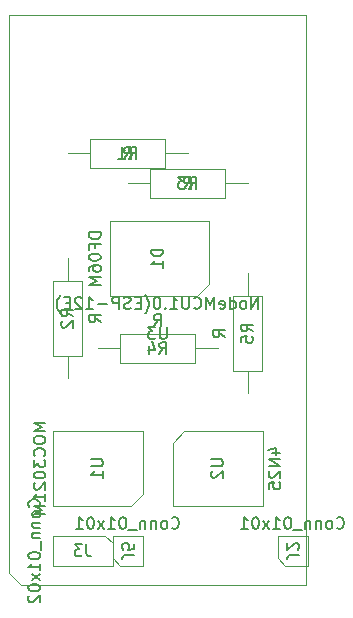
<source format=gbr>
G04 #@! TF.GenerationSoftware,KiCad,Pcbnew,5.1.5-52549c5~86~ubuntu18.04.1*
G04 #@! TF.CreationDate,2020-03-29T17:49:00+00:00*
G04 #@! TF.ProjectId,PWR,5057522e-6b69-4636-9164-5f7063625858,rev?*
G04 #@! TF.SameCoordinates,Original*
G04 #@! TF.FileFunction,Other,Fab,Bot*
%FSLAX46Y46*%
G04 Gerber Fmt 4.6, Leading zero omitted, Abs format (unit mm)*
G04 Created by KiCad (PCBNEW 5.1.5-52549c5~86~ubuntu18.04.1) date 2020-03-29 17:49:00*
%MOMM*%
%LPD*%
G04 APERTURE LIST*
%ADD10C,0.100000*%
%ADD11C,0.150000*%
G04 APERTURE END LIST*
D10*
X141970000Y-114935000D02*
X140970000Y-115935000D01*
X148590000Y-114935000D02*
X141970000Y-114935000D01*
X148590000Y-121285000D02*
X148590000Y-114935000D01*
X140970000Y-121285000D02*
X148590000Y-121285000D01*
X140970000Y-115935000D02*
X140970000Y-121285000D01*
X149860000Y-125730000D02*
X150495000Y-126365000D01*
X149860000Y-123825000D02*
X149860000Y-125730000D01*
X152400000Y-123825000D02*
X149860000Y-123825000D01*
X152400000Y-126365000D02*
X152400000Y-123825000D01*
X150495000Y-126365000D02*
X152400000Y-126365000D01*
X135890000Y-125730000D02*
X136525000Y-126365000D01*
X135890000Y-123825000D02*
X135890000Y-125730000D01*
X138430000Y-123825000D02*
X135890000Y-123825000D01*
X138430000Y-126365000D02*
X138430000Y-123825000D01*
X136525000Y-126365000D02*
X138430000Y-126365000D01*
X128143000Y-128016000D02*
X127127000Y-127000000D01*
X152273000Y-128016000D02*
X128143000Y-128016000D01*
X152273000Y-79756000D02*
X152273000Y-128016000D01*
X127127000Y-79756000D02*
X152273000Y-79756000D01*
X127127000Y-127000000D02*
X127127000Y-79756000D01*
X130810000Y-126365000D02*
X135890000Y-126365000D01*
X130810000Y-123825000D02*
X130810000Y-126365000D01*
X135255000Y-123825000D02*
X130810000Y-123825000D01*
X135890000Y-124460000D02*
X135255000Y-123825000D01*
X135890000Y-126365000D02*
X135890000Y-124460000D01*
X147320000Y-101600000D02*
X147320000Y-103530000D01*
X147320000Y-111760000D02*
X147320000Y-109830000D01*
X148570000Y-103530000D02*
X148570000Y-109830000D01*
X146070000Y-103530000D02*
X148570000Y-103530000D01*
X146070000Y-109830000D02*
X146070000Y-103530000D01*
X148570000Y-109830000D02*
X146070000Y-109830000D01*
X136550000Y-109200000D02*
X136550000Y-106700000D01*
X136550000Y-106700000D02*
X142850000Y-106700000D01*
X142850000Y-106700000D02*
X142850000Y-109200000D01*
X142850000Y-109200000D02*
X136550000Y-109200000D01*
X134620000Y-107950000D02*
X136550000Y-107950000D01*
X144780000Y-107950000D02*
X142850000Y-107950000D01*
X137160000Y-93980000D02*
X139090000Y-93980000D01*
X147320000Y-93980000D02*
X145390000Y-93980000D01*
X139090000Y-92730000D02*
X145390000Y-92730000D01*
X139090000Y-95230000D02*
X139090000Y-92730000D01*
X145390000Y-95230000D02*
X139090000Y-95230000D01*
X145390000Y-92730000D02*
X145390000Y-95230000D01*
X132080000Y-110490000D02*
X132080000Y-108560000D01*
X132080000Y-100330000D02*
X132080000Y-102260000D01*
X130830000Y-108560000D02*
X130830000Y-102260000D01*
X133330000Y-108560000D02*
X130830000Y-108560000D01*
X133330000Y-102260000D02*
X133330000Y-108560000D01*
X130830000Y-102260000D02*
X133330000Y-102260000D01*
X142240000Y-91440000D02*
X140310000Y-91440000D01*
X132080000Y-91440000D02*
X134010000Y-91440000D01*
X140310000Y-92690000D02*
X134010000Y-92690000D01*
X140310000Y-90190000D02*
X140310000Y-92690000D01*
X134010000Y-90190000D02*
X140310000Y-90190000D01*
X134010000Y-92690000D02*
X134010000Y-90190000D01*
X144040000Y-102505000D02*
X144040000Y-97155000D01*
X144040000Y-97155000D02*
X135640000Y-97155000D01*
X135640000Y-97155000D02*
X135640000Y-103505000D01*
X135640000Y-103505000D02*
X143040000Y-103505000D01*
X143040000Y-103505000D02*
X144040000Y-102505000D01*
X137430000Y-121285000D02*
X138430000Y-120285000D01*
X130810000Y-121285000D02*
X137430000Y-121285000D01*
X130810000Y-114935000D02*
X130810000Y-121285000D01*
X138430000Y-114935000D02*
X130810000Y-114935000D01*
X138430000Y-120285000D02*
X138430000Y-114935000D01*
D11*
X149435714Y-116824285D02*
X150102380Y-116824285D01*
X149054761Y-116586190D02*
X149769047Y-116348095D01*
X149769047Y-116967142D01*
X150102380Y-117348095D02*
X149102380Y-117348095D01*
X150102380Y-117919523D01*
X149102380Y-117919523D01*
X149197619Y-118348095D02*
X149150000Y-118395714D01*
X149102380Y-118490952D01*
X149102380Y-118729047D01*
X149150000Y-118824285D01*
X149197619Y-118871904D01*
X149292857Y-118919523D01*
X149388095Y-118919523D01*
X149530952Y-118871904D01*
X150102380Y-118300476D01*
X150102380Y-118919523D01*
X149102380Y-119824285D02*
X149102380Y-119348095D01*
X149578571Y-119300476D01*
X149530952Y-119348095D01*
X149483333Y-119443333D01*
X149483333Y-119681428D01*
X149530952Y-119776666D01*
X149578571Y-119824285D01*
X149673809Y-119871904D01*
X149911904Y-119871904D01*
X150007142Y-119824285D01*
X150054761Y-119776666D01*
X150102380Y-119681428D01*
X150102380Y-119443333D01*
X150054761Y-119348095D01*
X150007142Y-119300476D01*
X144232380Y-117348095D02*
X145041904Y-117348095D01*
X145137142Y-117395714D01*
X145184761Y-117443333D01*
X145232380Y-117538571D01*
X145232380Y-117729047D01*
X145184761Y-117824285D01*
X145137142Y-117871904D01*
X145041904Y-117919523D01*
X144232380Y-117919523D01*
X144327619Y-118348095D02*
X144280000Y-118395714D01*
X144232380Y-118490952D01*
X144232380Y-118729047D01*
X144280000Y-118824285D01*
X144327619Y-118871904D01*
X144422857Y-118919523D01*
X144518095Y-118919523D01*
X144660952Y-118871904D01*
X145232380Y-118300476D01*
X145232380Y-118919523D01*
X154868095Y-123122142D02*
X154915714Y-123169761D01*
X155058571Y-123217380D01*
X155153809Y-123217380D01*
X155296666Y-123169761D01*
X155391904Y-123074523D01*
X155439523Y-122979285D01*
X155487142Y-122788809D01*
X155487142Y-122645952D01*
X155439523Y-122455476D01*
X155391904Y-122360238D01*
X155296666Y-122265000D01*
X155153809Y-122217380D01*
X155058571Y-122217380D01*
X154915714Y-122265000D01*
X154868095Y-122312619D01*
X154296666Y-123217380D02*
X154391904Y-123169761D01*
X154439523Y-123122142D01*
X154487142Y-123026904D01*
X154487142Y-122741190D01*
X154439523Y-122645952D01*
X154391904Y-122598333D01*
X154296666Y-122550714D01*
X154153809Y-122550714D01*
X154058571Y-122598333D01*
X154010952Y-122645952D01*
X153963333Y-122741190D01*
X153963333Y-123026904D01*
X154010952Y-123122142D01*
X154058571Y-123169761D01*
X154153809Y-123217380D01*
X154296666Y-123217380D01*
X153534761Y-122550714D02*
X153534761Y-123217380D01*
X153534761Y-122645952D02*
X153487142Y-122598333D01*
X153391904Y-122550714D01*
X153249047Y-122550714D01*
X153153809Y-122598333D01*
X153106190Y-122693571D01*
X153106190Y-123217380D01*
X152630000Y-122550714D02*
X152630000Y-123217380D01*
X152630000Y-122645952D02*
X152582380Y-122598333D01*
X152487142Y-122550714D01*
X152344285Y-122550714D01*
X152249047Y-122598333D01*
X152201428Y-122693571D01*
X152201428Y-123217380D01*
X151963333Y-123312619D02*
X151201428Y-123312619D01*
X150772857Y-122217380D02*
X150677619Y-122217380D01*
X150582380Y-122265000D01*
X150534761Y-122312619D01*
X150487142Y-122407857D01*
X150439523Y-122598333D01*
X150439523Y-122836428D01*
X150487142Y-123026904D01*
X150534761Y-123122142D01*
X150582380Y-123169761D01*
X150677619Y-123217380D01*
X150772857Y-123217380D01*
X150868095Y-123169761D01*
X150915714Y-123122142D01*
X150963333Y-123026904D01*
X151010952Y-122836428D01*
X151010952Y-122598333D01*
X150963333Y-122407857D01*
X150915714Y-122312619D01*
X150868095Y-122265000D01*
X150772857Y-122217380D01*
X149487142Y-123217380D02*
X150058571Y-123217380D01*
X149772857Y-123217380D02*
X149772857Y-122217380D01*
X149868095Y-122360238D01*
X149963333Y-122455476D01*
X150058571Y-122503095D01*
X149153809Y-123217380D02*
X148630000Y-122550714D01*
X149153809Y-122550714D02*
X148630000Y-123217380D01*
X148058571Y-122217380D02*
X147963333Y-122217380D01*
X147868095Y-122265000D01*
X147820476Y-122312619D01*
X147772857Y-122407857D01*
X147725238Y-122598333D01*
X147725238Y-122836428D01*
X147772857Y-123026904D01*
X147820476Y-123122142D01*
X147868095Y-123169761D01*
X147963333Y-123217380D01*
X148058571Y-123217380D01*
X148153809Y-123169761D01*
X148201428Y-123122142D01*
X148249047Y-123026904D01*
X148296666Y-122836428D01*
X148296666Y-122598333D01*
X148249047Y-122407857D01*
X148201428Y-122312619D01*
X148153809Y-122265000D01*
X148058571Y-122217380D01*
X146772857Y-123217380D02*
X147344285Y-123217380D01*
X147058571Y-123217380D02*
X147058571Y-122217380D01*
X147153809Y-122360238D01*
X147249047Y-122455476D01*
X147344285Y-122503095D01*
X151677619Y-125428333D02*
X150963333Y-125428333D01*
X150820476Y-125475952D01*
X150725238Y-125571190D01*
X150677619Y-125714047D01*
X150677619Y-125809285D01*
X151582380Y-124999761D02*
X151630000Y-124952142D01*
X151677619Y-124856904D01*
X151677619Y-124618809D01*
X151630000Y-124523571D01*
X151582380Y-124475952D01*
X151487142Y-124428333D01*
X151391904Y-124428333D01*
X151249047Y-124475952D01*
X150677619Y-125047380D01*
X150677619Y-124428333D01*
X140898095Y-123122142D02*
X140945714Y-123169761D01*
X141088571Y-123217380D01*
X141183809Y-123217380D01*
X141326666Y-123169761D01*
X141421904Y-123074523D01*
X141469523Y-122979285D01*
X141517142Y-122788809D01*
X141517142Y-122645952D01*
X141469523Y-122455476D01*
X141421904Y-122360238D01*
X141326666Y-122265000D01*
X141183809Y-122217380D01*
X141088571Y-122217380D01*
X140945714Y-122265000D01*
X140898095Y-122312619D01*
X140326666Y-123217380D02*
X140421904Y-123169761D01*
X140469523Y-123122142D01*
X140517142Y-123026904D01*
X140517142Y-122741190D01*
X140469523Y-122645952D01*
X140421904Y-122598333D01*
X140326666Y-122550714D01*
X140183809Y-122550714D01*
X140088571Y-122598333D01*
X140040952Y-122645952D01*
X139993333Y-122741190D01*
X139993333Y-123026904D01*
X140040952Y-123122142D01*
X140088571Y-123169761D01*
X140183809Y-123217380D01*
X140326666Y-123217380D01*
X139564761Y-122550714D02*
X139564761Y-123217380D01*
X139564761Y-122645952D02*
X139517142Y-122598333D01*
X139421904Y-122550714D01*
X139279047Y-122550714D01*
X139183809Y-122598333D01*
X139136190Y-122693571D01*
X139136190Y-123217380D01*
X138660000Y-122550714D02*
X138660000Y-123217380D01*
X138660000Y-122645952D02*
X138612380Y-122598333D01*
X138517142Y-122550714D01*
X138374285Y-122550714D01*
X138279047Y-122598333D01*
X138231428Y-122693571D01*
X138231428Y-123217380D01*
X137993333Y-123312619D02*
X137231428Y-123312619D01*
X136802857Y-122217380D02*
X136707619Y-122217380D01*
X136612380Y-122265000D01*
X136564761Y-122312619D01*
X136517142Y-122407857D01*
X136469523Y-122598333D01*
X136469523Y-122836428D01*
X136517142Y-123026904D01*
X136564761Y-123122142D01*
X136612380Y-123169761D01*
X136707619Y-123217380D01*
X136802857Y-123217380D01*
X136898095Y-123169761D01*
X136945714Y-123122142D01*
X136993333Y-123026904D01*
X137040952Y-122836428D01*
X137040952Y-122598333D01*
X136993333Y-122407857D01*
X136945714Y-122312619D01*
X136898095Y-122265000D01*
X136802857Y-122217380D01*
X135517142Y-123217380D02*
X136088571Y-123217380D01*
X135802857Y-123217380D02*
X135802857Y-122217380D01*
X135898095Y-122360238D01*
X135993333Y-122455476D01*
X136088571Y-122503095D01*
X135183809Y-123217380D02*
X134660000Y-122550714D01*
X135183809Y-122550714D02*
X134660000Y-123217380D01*
X134088571Y-122217380D02*
X133993333Y-122217380D01*
X133898095Y-122265000D01*
X133850476Y-122312619D01*
X133802857Y-122407857D01*
X133755238Y-122598333D01*
X133755238Y-122836428D01*
X133802857Y-123026904D01*
X133850476Y-123122142D01*
X133898095Y-123169761D01*
X133993333Y-123217380D01*
X134088571Y-123217380D01*
X134183809Y-123169761D01*
X134231428Y-123122142D01*
X134279047Y-123026904D01*
X134326666Y-122836428D01*
X134326666Y-122598333D01*
X134279047Y-122407857D01*
X134231428Y-122312619D01*
X134183809Y-122265000D01*
X134088571Y-122217380D01*
X132802857Y-123217380D02*
X133374285Y-123217380D01*
X133088571Y-123217380D02*
X133088571Y-122217380D01*
X133183809Y-122360238D01*
X133279047Y-122455476D01*
X133374285Y-122503095D01*
X137707619Y-125428333D02*
X136993333Y-125428333D01*
X136850476Y-125475952D01*
X136755238Y-125571190D01*
X136707619Y-125714047D01*
X136707619Y-125809285D01*
X137707619Y-124475952D02*
X137707619Y-124952142D01*
X137231428Y-124999761D01*
X137279047Y-124952142D01*
X137326666Y-124856904D01*
X137326666Y-124618809D01*
X137279047Y-124523571D01*
X137231428Y-124475952D01*
X137136190Y-124428333D01*
X136898095Y-124428333D01*
X136802857Y-124475952D01*
X136755238Y-124523571D01*
X136707619Y-124618809D01*
X136707619Y-124856904D01*
X136755238Y-124952142D01*
X136802857Y-124999761D01*
X148223809Y-104592380D02*
X148223809Y-103592380D01*
X147652380Y-104592380D01*
X147652380Y-103592380D01*
X147033333Y-104592380D02*
X147128571Y-104544761D01*
X147176190Y-104497142D01*
X147223809Y-104401904D01*
X147223809Y-104116190D01*
X147176190Y-104020952D01*
X147128571Y-103973333D01*
X147033333Y-103925714D01*
X146890476Y-103925714D01*
X146795238Y-103973333D01*
X146747619Y-104020952D01*
X146700000Y-104116190D01*
X146700000Y-104401904D01*
X146747619Y-104497142D01*
X146795238Y-104544761D01*
X146890476Y-104592380D01*
X147033333Y-104592380D01*
X145842857Y-104592380D02*
X145842857Y-103592380D01*
X145842857Y-104544761D02*
X145938095Y-104592380D01*
X146128571Y-104592380D01*
X146223809Y-104544761D01*
X146271428Y-104497142D01*
X146319047Y-104401904D01*
X146319047Y-104116190D01*
X146271428Y-104020952D01*
X146223809Y-103973333D01*
X146128571Y-103925714D01*
X145938095Y-103925714D01*
X145842857Y-103973333D01*
X144985714Y-104544761D02*
X145080952Y-104592380D01*
X145271428Y-104592380D01*
X145366666Y-104544761D01*
X145414285Y-104449523D01*
X145414285Y-104068571D01*
X145366666Y-103973333D01*
X145271428Y-103925714D01*
X145080952Y-103925714D01*
X144985714Y-103973333D01*
X144938095Y-104068571D01*
X144938095Y-104163809D01*
X145414285Y-104259047D01*
X144509523Y-104592380D02*
X144509523Y-103592380D01*
X144176190Y-104306666D01*
X143842857Y-103592380D01*
X143842857Y-104592380D01*
X142795238Y-104497142D02*
X142842857Y-104544761D01*
X142985714Y-104592380D01*
X143080952Y-104592380D01*
X143223809Y-104544761D01*
X143319047Y-104449523D01*
X143366666Y-104354285D01*
X143414285Y-104163809D01*
X143414285Y-104020952D01*
X143366666Y-103830476D01*
X143319047Y-103735238D01*
X143223809Y-103640000D01*
X143080952Y-103592380D01*
X142985714Y-103592380D01*
X142842857Y-103640000D01*
X142795238Y-103687619D01*
X142366666Y-103592380D02*
X142366666Y-104401904D01*
X142319047Y-104497142D01*
X142271428Y-104544761D01*
X142176190Y-104592380D01*
X141985714Y-104592380D01*
X141890476Y-104544761D01*
X141842857Y-104497142D01*
X141795238Y-104401904D01*
X141795238Y-103592380D01*
X140795238Y-104592380D02*
X141366666Y-104592380D01*
X141080952Y-104592380D02*
X141080952Y-103592380D01*
X141176190Y-103735238D01*
X141271428Y-103830476D01*
X141366666Y-103878095D01*
X140366666Y-104497142D02*
X140319047Y-104544761D01*
X140366666Y-104592380D01*
X140414285Y-104544761D01*
X140366666Y-104497142D01*
X140366666Y-104592380D01*
X139700000Y-103592380D02*
X139604761Y-103592380D01*
X139509523Y-103640000D01*
X139461904Y-103687619D01*
X139414285Y-103782857D01*
X139366666Y-103973333D01*
X139366666Y-104211428D01*
X139414285Y-104401904D01*
X139461904Y-104497142D01*
X139509523Y-104544761D01*
X139604761Y-104592380D01*
X139700000Y-104592380D01*
X139795238Y-104544761D01*
X139842857Y-104497142D01*
X139890476Y-104401904D01*
X139938095Y-104211428D01*
X139938095Y-103973333D01*
X139890476Y-103782857D01*
X139842857Y-103687619D01*
X139795238Y-103640000D01*
X139700000Y-103592380D01*
X138652380Y-104973333D02*
X138700000Y-104925714D01*
X138795238Y-104782857D01*
X138842857Y-104687619D01*
X138890476Y-104544761D01*
X138938095Y-104306666D01*
X138938095Y-104116190D01*
X138890476Y-103878095D01*
X138842857Y-103735238D01*
X138795238Y-103640000D01*
X138700000Y-103497142D01*
X138652380Y-103449523D01*
X138271428Y-104068571D02*
X137938095Y-104068571D01*
X137795238Y-104592380D02*
X138271428Y-104592380D01*
X138271428Y-103592380D01*
X137795238Y-103592380D01*
X137414285Y-104544761D02*
X137271428Y-104592380D01*
X137033333Y-104592380D01*
X136938095Y-104544761D01*
X136890476Y-104497142D01*
X136842857Y-104401904D01*
X136842857Y-104306666D01*
X136890476Y-104211428D01*
X136938095Y-104163809D01*
X137033333Y-104116190D01*
X137223809Y-104068571D01*
X137319047Y-104020952D01*
X137366666Y-103973333D01*
X137414285Y-103878095D01*
X137414285Y-103782857D01*
X137366666Y-103687619D01*
X137319047Y-103640000D01*
X137223809Y-103592380D01*
X136985714Y-103592380D01*
X136842857Y-103640000D01*
X136414285Y-104592380D02*
X136414285Y-103592380D01*
X136033333Y-103592380D01*
X135938095Y-103640000D01*
X135890476Y-103687619D01*
X135842857Y-103782857D01*
X135842857Y-103925714D01*
X135890476Y-104020952D01*
X135938095Y-104068571D01*
X136033333Y-104116190D01*
X136414285Y-104116190D01*
X135414285Y-104211428D02*
X134652380Y-104211428D01*
X133652380Y-104592380D02*
X134223809Y-104592380D01*
X133938095Y-104592380D02*
X133938095Y-103592380D01*
X134033333Y-103735238D01*
X134128571Y-103830476D01*
X134223809Y-103878095D01*
X133271428Y-103687619D02*
X133223809Y-103640000D01*
X133128571Y-103592380D01*
X132890476Y-103592380D01*
X132795238Y-103640000D01*
X132747619Y-103687619D01*
X132700000Y-103782857D01*
X132700000Y-103878095D01*
X132747619Y-104020952D01*
X133319047Y-104592380D01*
X132700000Y-104592380D01*
X132271428Y-104068571D02*
X131938095Y-104068571D01*
X131795238Y-104592380D02*
X132271428Y-104592380D01*
X132271428Y-103592380D01*
X131795238Y-103592380D01*
X131461904Y-104973333D02*
X131414285Y-104925714D01*
X131319047Y-104782857D01*
X131271428Y-104687619D01*
X131223809Y-104544761D01*
X131176190Y-104306666D01*
X131176190Y-104116190D01*
X131223809Y-103878095D01*
X131271428Y-103735238D01*
X131319047Y-103640000D01*
X131414285Y-103497142D01*
X131461904Y-103449523D01*
X140461904Y-106132380D02*
X140461904Y-106941904D01*
X140414285Y-107037142D01*
X140366666Y-107084761D01*
X140271428Y-107132380D01*
X140080952Y-107132380D01*
X139985714Y-107084761D01*
X139938095Y-107037142D01*
X139890476Y-106941904D01*
X139890476Y-106132380D01*
X139509523Y-106132380D02*
X138890476Y-106132380D01*
X139223809Y-106513333D01*
X139080952Y-106513333D01*
X138985714Y-106560952D01*
X138938095Y-106608571D01*
X138890476Y-106703809D01*
X138890476Y-106941904D01*
X138938095Y-107037142D01*
X138985714Y-107084761D01*
X139080952Y-107132380D01*
X139366666Y-107132380D01*
X139461904Y-107084761D01*
X139509523Y-107037142D01*
X129667142Y-121356904D02*
X129714761Y-121309285D01*
X129762380Y-121166428D01*
X129762380Y-121071190D01*
X129714761Y-120928333D01*
X129619523Y-120833095D01*
X129524285Y-120785476D01*
X129333809Y-120737857D01*
X129190952Y-120737857D01*
X129000476Y-120785476D01*
X128905238Y-120833095D01*
X128810000Y-120928333D01*
X128762380Y-121071190D01*
X128762380Y-121166428D01*
X128810000Y-121309285D01*
X128857619Y-121356904D01*
X129762380Y-121928333D02*
X129714761Y-121833095D01*
X129667142Y-121785476D01*
X129571904Y-121737857D01*
X129286190Y-121737857D01*
X129190952Y-121785476D01*
X129143333Y-121833095D01*
X129095714Y-121928333D01*
X129095714Y-122071190D01*
X129143333Y-122166428D01*
X129190952Y-122214047D01*
X129286190Y-122261666D01*
X129571904Y-122261666D01*
X129667142Y-122214047D01*
X129714761Y-122166428D01*
X129762380Y-122071190D01*
X129762380Y-121928333D01*
X129095714Y-122690238D02*
X129762380Y-122690238D01*
X129190952Y-122690238D02*
X129143333Y-122737857D01*
X129095714Y-122833095D01*
X129095714Y-122975952D01*
X129143333Y-123071190D01*
X129238571Y-123118809D01*
X129762380Y-123118809D01*
X129095714Y-123595000D02*
X129762380Y-123595000D01*
X129190952Y-123595000D02*
X129143333Y-123642619D01*
X129095714Y-123737857D01*
X129095714Y-123880714D01*
X129143333Y-123975952D01*
X129238571Y-124023571D01*
X129762380Y-124023571D01*
X129857619Y-124261666D02*
X129857619Y-125023571D01*
X128762380Y-125452142D02*
X128762380Y-125547380D01*
X128810000Y-125642619D01*
X128857619Y-125690238D01*
X128952857Y-125737857D01*
X129143333Y-125785476D01*
X129381428Y-125785476D01*
X129571904Y-125737857D01*
X129667142Y-125690238D01*
X129714761Y-125642619D01*
X129762380Y-125547380D01*
X129762380Y-125452142D01*
X129714761Y-125356904D01*
X129667142Y-125309285D01*
X129571904Y-125261666D01*
X129381428Y-125214047D01*
X129143333Y-125214047D01*
X128952857Y-125261666D01*
X128857619Y-125309285D01*
X128810000Y-125356904D01*
X128762380Y-125452142D01*
X129762380Y-126737857D02*
X129762380Y-126166428D01*
X129762380Y-126452142D02*
X128762380Y-126452142D01*
X128905238Y-126356904D01*
X129000476Y-126261666D01*
X129048095Y-126166428D01*
X129762380Y-127071190D02*
X129095714Y-127595000D01*
X129095714Y-127071190D02*
X129762380Y-127595000D01*
X128762380Y-128166428D02*
X128762380Y-128261666D01*
X128810000Y-128356904D01*
X128857619Y-128404523D01*
X128952857Y-128452142D01*
X129143333Y-128499761D01*
X129381428Y-128499761D01*
X129571904Y-128452142D01*
X129667142Y-128404523D01*
X129714761Y-128356904D01*
X129762380Y-128261666D01*
X129762380Y-128166428D01*
X129714761Y-128071190D01*
X129667142Y-128023571D01*
X129571904Y-127975952D01*
X129381428Y-127928333D01*
X129143333Y-127928333D01*
X128952857Y-127975952D01*
X128857619Y-128023571D01*
X128810000Y-128071190D01*
X128762380Y-128166428D01*
X128857619Y-128880714D02*
X128810000Y-128928333D01*
X128762380Y-129023571D01*
X128762380Y-129261666D01*
X128810000Y-129356904D01*
X128857619Y-129404523D01*
X128952857Y-129452142D01*
X129048095Y-129452142D01*
X129190952Y-129404523D01*
X129762380Y-128833095D01*
X129762380Y-129452142D01*
X133683333Y-124547380D02*
X133683333Y-125261666D01*
X133730952Y-125404523D01*
X133826190Y-125499761D01*
X133969047Y-125547380D01*
X134064285Y-125547380D01*
X133302380Y-124547380D02*
X132683333Y-124547380D01*
X133016666Y-124928333D01*
X132873809Y-124928333D01*
X132778571Y-124975952D01*
X132730952Y-125023571D01*
X132683333Y-125118809D01*
X132683333Y-125356904D01*
X132730952Y-125452142D01*
X132778571Y-125499761D01*
X132873809Y-125547380D01*
X133159523Y-125547380D01*
X133254761Y-125499761D01*
X133302380Y-125452142D01*
X145402380Y-106989523D02*
X144926190Y-106656190D01*
X145402380Y-106418095D02*
X144402380Y-106418095D01*
X144402380Y-106799047D01*
X144450000Y-106894285D01*
X144497619Y-106941904D01*
X144592857Y-106989523D01*
X144735714Y-106989523D01*
X144830952Y-106941904D01*
X144878571Y-106894285D01*
X144926190Y-106799047D01*
X144926190Y-106418095D01*
X147772380Y-106513333D02*
X147296190Y-106180000D01*
X147772380Y-105941904D02*
X146772380Y-105941904D01*
X146772380Y-106322857D01*
X146820000Y-106418095D01*
X146867619Y-106465714D01*
X146962857Y-106513333D01*
X147105714Y-106513333D01*
X147200952Y-106465714D01*
X147248571Y-106418095D01*
X147296190Y-106322857D01*
X147296190Y-105941904D01*
X146772380Y-107418095D02*
X146772380Y-106941904D01*
X147248571Y-106894285D01*
X147200952Y-106941904D01*
X147153333Y-107037142D01*
X147153333Y-107275238D01*
X147200952Y-107370476D01*
X147248571Y-107418095D01*
X147343809Y-107465714D01*
X147581904Y-107465714D01*
X147677142Y-107418095D01*
X147724761Y-107370476D01*
X147772380Y-107275238D01*
X147772380Y-107037142D01*
X147724761Y-106941904D01*
X147677142Y-106894285D01*
X139390476Y-106032380D02*
X139723809Y-105556190D01*
X139961904Y-106032380D02*
X139961904Y-105032380D01*
X139580952Y-105032380D01*
X139485714Y-105080000D01*
X139438095Y-105127619D01*
X139390476Y-105222857D01*
X139390476Y-105365714D01*
X139438095Y-105460952D01*
X139485714Y-105508571D01*
X139580952Y-105556190D01*
X139961904Y-105556190D01*
X139866666Y-108402380D02*
X140200000Y-107926190D01*
X140438095Y-108402380D02*
X140438095Y-107402380D01*
X140057142Y-107402380D01*
X139961904Y-107450000D01*
X139914285Y-107497619D01*
X139866666Y-107592857D01*
X139866666Y-107735714D01*
X139914285Y-107830952D01*
X139961904Y-107878571D01*
X140057142Y-107926190D01*
X140438095Y-107926190D01*
X139009523Y-107735714D02*
X139009523Y-108402380D01*
X139247619Y-107354761D02*
X139485714Y-108069047D01*
X138866666Y-108069047D01*
X141930476Y-94432380D02*
X142263809Y-93956190D01*
X142501904Y-94432380D02*
X142501904Y-93432380D01*
X142120952Y-93432380D01*
X142025714Y-93480000D01*
X141978095Y-93527619D01*
X141930476Y-93622857D01*
X141930476Y-93765714D01*
X141978095Y-93860952D01*
X142025714Y-93908571D01*
X142120952Y-93956190D01*
X142501904Y-93956190D01*
X142406666Y-94432380D02*
X142740000Y-93956190D01*
X142978095Y-94432380D02*
X142978095Y-93432380D01*
X142597142Y-93432380D01*
X142501904Y-93480000D01*
X142454285Y-93527619D01*
X142406666Y-93622857D01*
X142406666Y-93765714D01*
X142454285Y-93860952D01*
X142501904Y-93908571D01*
X142597142Y-93956190D01*
X142978095Y-93956190D01*
X142073333Y-93432380D02*
X141454285Y-93432380D01*
X141787619Y-93813333D01*
X141644761Y-93813333D01*
X141549523Y-93860952D01*
X141501904Y-93908571D01*
X141454285Y-94003809D01*
X141454285Y-94241904D01*
X141501904Y-94337142D01*
X141549523Y-94384761D01*
X141644761Y-94432380D01*
X141930476Y-94432380D01*
X142025714Y-94384761D01*
X142073333Y-94337142D01*
X134902380Y-105719523D02*
X134426190Y-105386190D01*
X134902380Y-105148095D02*
X133902380Y-105148095D01*
X133902380Y-105529047D01*
X133950000Y-105624285D01*
X133997619Y-105671904D01*
X134092857Y-105719523D01*
X134235714Y-105719523D01*
X134330952Y-105671904D01*
X134378571Y-105624285D01*
X134426190Y-105529047D01*
X134426190Y-105148095D01*
X132532380Y-105243333D02*
X132056190Y-104910000D01*
X132532380Y-104671904D02*
X131532380Y-104671904D01*
X131532380Y-105052857D01*
X131580000Y-105148095D01*
X131627619Y-105195714D01*
X131722857Y-105243333D01*
X131865714Y-105243333D01*
X131960952Y-105195714D01*
X132008571Y-105148095D01*
X132056190Y-105052857D01*
X132056190Y-104671904D01*
X131627619Y-105624285D02*
X131580000Y-105671904D01*
X131532380Y-105767142D01*
X131532380Y-106005238D01*
X131580000Y-106100476D01*
X131627619Y-106148095D01*
X131722857Y-106195714D01*
X131818095Y-106195714D01*
X131960952Y-106148095D01*
X132532380Y-105576666D01*
X132532380Y-106195714D01*
X136850476Y-91892380D02*
X137183809Y-91416190D01*
X137421904Y-91892380D02*
X137421904Y-90892380D01*
X137040952Y-90892380D01*
X136945714Y-90940000D01*
X136898095Y-90987619D01*
X136850476Y-91082857D01*
X136850476Y-91225714D01*
X136898095Y-91320952D01*
X136945714Y-91368571D01*
X137040952Y-91416190D01*
X137421904Y-91416190D01*
X137326666Y-91892380D02*
X137660000Y-91416190D01*
X137898095Y-91892380D02*
X137898095Y-90892380D01*
X137517142Y-90892380D01*
X137421904Y-90940000D01*
X137374285Y-90987619D01*
X137326666Y-91082857D01*
X137326666Y-91225714D01*
X137374285Y-91320952D01*
X137421904Y-91368571D01*
X137517142Y-91416190D01*
X137898095Y-91416190D01*
X136374285Y-91892380D02*
X136945714Y-91892380D01*
X136660000Y-91892380D02*
X136660000Y-90892380D01*
X136755238Y-91035238D01*
X136850476Y-91130476D01*
X136945714Y-91178095D01*
X134892380Y-98125714D02*
X133892380Y-98125714D01*
X133892380Y-98363809D01*
X133940000Y-98506666D01*
X134035238Y-98601904D01*
X134130476Y-98649523D01*
X134320952Y-98697142D01*
X134463809Y-98697142D01*
X134654285Y-98649523D01*
X134749523Y-98601904D01*
X134844761Y-98506666D01*
X134892380Y-98363809D01*
X134892380Y-98125714D01*
X134368571Y-99459047D02*
X134368571Y-99125714D01*
X134892380Y-99125714D02*
X133892380Y-99125714D01*
X133892380Y-99601904D01*
X133892380Y-100173333D02*
X133892380Y-100268571D01*
X133940000Y-100363809D01*
X133987619Y-100411428D01*
X134082857Y-100459047D01*
X134273333Y-100506666D01*
X134511428Y-100506666D01*
X134701904Y-100459047D01*
X134797142Y-100411428D01*
X134844761Y-100363809D01*
X134892380Y-100268571D01*
X134892380Y-100173333D01*
X134844761Y-100078095D01*
X134797142Y-100030476D01*
X134701904Y-99982857D01*
X134511428Y-99935238D01*
X134273333Y-99935238D01*
X134082857Y-99982857D01*
X133987619Y-100030476D01*
X133940000Y-100078095D01*
X133892380Y-100173333D01*
X133892380Y-101363809D02*
X133892380Y-101173333D01*
X133940000Y-101078095D01*
X133987619Y-101030476D01*
X134130476Y-100935238D01*
X134320952Y-100887619D01*
X134701904Y-100887619D01*
X134797142Y-100935238D01*
X134844761Y-100982857D01*
X134892380Y-101078095D01*
X134892380Y-101268571D01*
X134844761Y-101363809D01*
X134797142Y-101411428D01*
X134701904Y-101459047D01*
X134463809Y-101459047D01*
X134368571Y-101411428D01*
X134320952Y-101363809D01*
X134273333Y-101268571D01*
X134273333Y-101078095D01*
X134320952Y-100982857D01*
X134368571Y-100935238D01*
X134463809Y-100887619D01*
X134892380Y-101887619D02*
X133892380Y-101887619D01*
X134606666Y-102220952D01*
X133892380Y-102554285D01*
X134892380Y-102554285D01*
X140152380Y-99591904D02*
X139152380Y-99591904D01*
X139152380Y-99830000D01*
X139200000Y-99972857D01*
X139295238Y-100068095D01*
X139390476Y-100115714D01*
X139580952Y-100163333D01*
X139723809Y-100163333D01*
X139914285Y-100115714D01*
X140009523Y-100068095D01*
X140104761Y-99972857D01*
X140152380Y-99830000D01*
X140152380Y-99591904D01*
X140152380Y-101115714D02*
X140152380Y-100544285D01*
X140152380Y-100830000D02*
X139152380Y-100830000D01*
X139295238Y-100734761D01*
X139390476Y-100639523D01*
X139438095Y-100544285D01*
X130202380Y-114276666D02*
X129202380Y-114276666D01*
X129916666Y-114610000D01*
X129202380Y-114943333D01*
X130202380Y-114943333D01*
X129202380Y-115610000D02*
X129202380Y-115800476D01*
X129250000Y-115895714D01*
X129345238Y-115990952D01*
X129535714Y-116038571D01*
X129869047Y-116038571D01*
X130059523Y-115990952D01*
X130154761Y-115895714D01*
X130202380Y-115800476D01*
X130202380Y-115610000D01*
X130154761Y-115514761D01*
X130059523Y-115419523D01*
X129869047Y-115371904D01*
X129535714Y-115371904D01*
X129345238Y-115419523D01*
X129250000Y-115514761D01*
X129202380Y-115610000D01*
X130107142Y-117038571D02*
X130154761Y-116990952D01*
X130202380Y-116848095D01*
X130202380Y-116752857D01*
X130154761Y-116610000D01*
X130059523Y-116514761D01*
X129964285Y-116467142D01*
X129773809Y-116419523D01*
X129630952Y-116419523D01*
X129440476Y-116467142D01*
X129345238Y-116514761D01*
X129250000Y-116610000D01*
X129202380Y-116752857D01*
X129202380Y-116848095D01*
X129250000Y-116990952D01*
X129297619Y-117038571D01*
X129202380Y-117371904D02*
X129202380Y-117990952D01*
X129583333Y-117657619D01*
X129583333Y-117800476D01*
X129630952Y-117895714D01*
X129678571Y-117943333D01*
X129773809Y-117990952D01*
X130011904Y-117990952D01*
X130107142Y-117943333D01*
X130154761Y-117895714D01*
X130202380Y-117800476D01*
X130202380Y-117514761D01*
X130154761Y-117419523D01*
X130107142Y-117371904D01*
X129202380Y-118610000D02*
X129202380Y-118705238D01*
X129250000Y-118800476D01*
X129297619Y-118848095D01*
X129392857Y-118895714D01*
X129583333Y-118943333D01*
X129821428Y-118943333D01*
X130011904Y-118895714D01*
X130107142Y-118848095D01*
X130154761Y-118800476D01*
X130202380Y-118705238D01*
X130202380Y-118610000D01*
X130154761Y-118514761D01*
X130107142Y-118467142D01*
X130011904Y-118419523D01*
X129821428Y-118371904D01*
X129583333Y-118371904D01*
X129392857Y-118419523D01*
X129297619Y-118467142D01*
X129250000Y-118514761D01*
X129202380Y-118610000D01*
X129297619Y-119324285D02*
X129250000Y-119371904D01*
X129202380Y-119467142D01*
X129202380Y-119705238D01*
X129250000Y-119800476D01*
X129297619Y-119848095D01*
X129392857Y-119895714D01*
X129488095Y-119895714D01*
X129630952Y-119848095D01*
X130202380Y-119276666D01*
X130202380Y-119895714D01*
X130202380Y-120848095D02*
X130202380Y-120276666D01*
X130202380Y-120562380D02*
X129202380Y-120562380D01*
X129345238Y-120467142D01*
X129440476Y-120371904D01*
X129488095Y-120276666D01*
X130202380Y-121276666D02*
X129202380Y-121276666D01*
X129916666Y-121610000D01*
X129202380Y-121943333D01*
X130202380Y-121943333D01*
X134072380Y-117348095D02*
X134881904Y-117348095D01*
X134977142Y-117395714D01*
X135024761Y-117443333D01*
X135072380Y-117538571D01*
X135072380Y-117729047D01*
X135024761Y-117824285D01*
X134977142Y-117871904D01*
X134881904Y-117919523D01*
X134072380Y-117919523D01*
X135072380Y-118919523D02*
X135072380Y-118348095D01*
X135072380Y-118633809D02*
X134072380Y-118633809D01*
X134215238Y-118538571D01*
X134310476Y-118443333D01*
X134358095Y-118348095D01*
M02*

</source>
